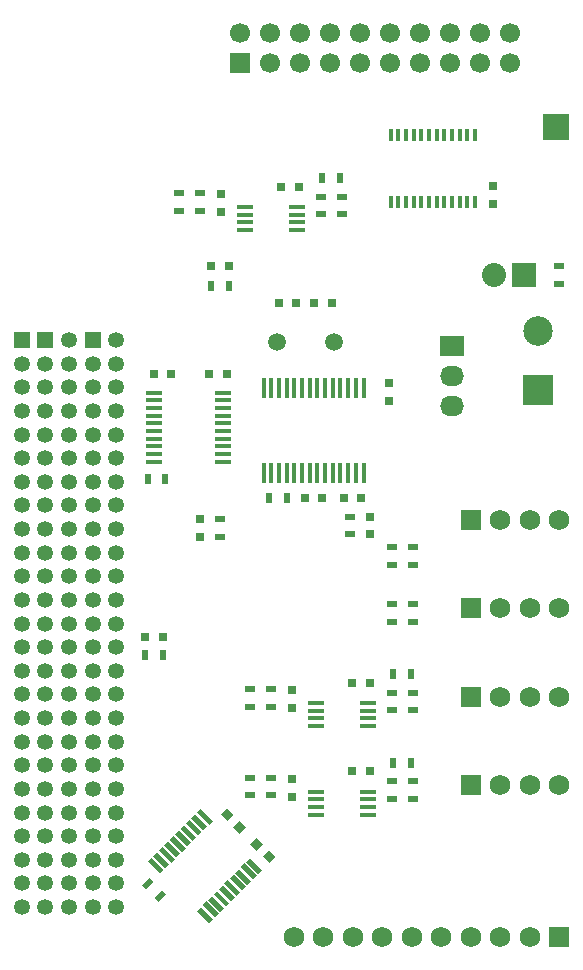
<source format=gts>
G04 #@! TF.FileFunction,Soldermask,Top*
%FSLAX46Y46*%
G04 Gerber Fmt 4.6, Leading zero omitted, Abs format (unit mm)*
G04 Created by KiCad (PCBNEW 4.0.4-stable) date 12/01/16 01:31:52*
%MOMM*%
%LPD*%
G01*
G04 APERTURE LIST*
%ADD10C,0.100000*%
%ADD11R,0.450000X1.750000*%
%ADD12R,1.350000X1.350000*%
%ADD13C,1.350000*%
%ADD14R,0.800000X0.750000*%
%ADD15R,0.750000X0.800000*%
%ADD16R,0.797560X0.797560*%
%ADD17R,2.235200X2.235200*%
%ADD18R,2.032000X2.032000*%
%ADD19O,2.032000X2.032000*%
%ADD20R,2.032000X1.727200*%
%ADD21O,2.032000X1.727200*%
%ADD22R,0.500000X0.900000*%
%ADD23R,0.900000X0.500000*%
%ADD24R,1.450000X0.450000*%
%ADD25R,0.400000X1.100000*%
%ADD26R,1.750000X1.750000*%
%ADD27C,1.750000*%
%ADD28R,2.500000X2.500000*%
%ADD29C,2.500000*%
%ADD30C,1.501140*%
%ADD31R,1.700000X1.700000*%
%ADD32C,1.700000*%
G04 APERTURE END LIST*
D10*
D11*
X185425000Y-99550000D03*
X184775000Y-99550000D03*
X184125000Y-99550000D03*
X183475000Y-99550000D03*
X182825000Y-99550000D03*
X182175000Y-99550000D03*
X181525000Y-99550000D03*
X180875000Y-99550000D03*
X180225000Y-99550000D03*
X179575000Y-99550000D03*
X178925000Y-99550000D03*
X178275000Y-99550000D03*
X177625000Y-99550000D03*
X176975000Y-99550000D03*
X176975000Y-106750000D03*
X177625000Y-106750000D03*
X178275000Y-106750000D03*
X178925000Y-106750000D03*
X179575000Y-106750000D03*
X180225000Y-106750000D03*
X180875000Y-106750000D03*
X181525000Y-106750000D03*
X182175000Y-106750000D03*
X182825000Y-106750000D03*
X183475000Y-106750000D03*
X184125000Y-106750000D03*
X184775000Y-106750000D03*
X185425000Y-106750000D03*
D12*
X162500000Y-95500000D03*
D13*
X162500000Y-97500000D03*
X162500000Y-99500000D03*
X162500000Y-101500000D03*
X162500000Y-103500000D03*
X162500000Y-105500000D03*
X162500000Y-107500000D03*
X162500000Y-109500000D03*
X162500000Y-111500000D03*
X162500000Y-113500000D03*
X162500000Y-115500000D03*
X162500000Y-117500000D03*
X162500000Y-119500000D03*
X162500000Y-121500000D03*
X162500000Y-123500000D03*
X162500000Y-125500000D03*
X162500000Y-127500000D03*
X162500000Y-129500000D03*
X162500000Y-131500000D03*
X162500000Y-133500000D03*
X162500000Y-135500000D03*
X162500000Y-137500000D03*
X162500000Y-139500000D03*
X162500000Y-141500000D03*
X162500000Y-143500000D03*
X164500000Y-95500000D03*
X164500000Y-97500000D03*
X164500000Y-99500000D03*
X164500000Y-101500000D03*
X164500000Y-103500000D03*
X164500000Y-105500000D03*
X164500000Y-107500000D03*
X164500000Y-109500000D03*
X164500000Y-111500000D03*
X164500000Y-113500000D03*
X164500000Y-115500000D03*
X164500000Y-117500000D03*
X164500000Y-119500000D03*
X164500000Y-121500000D03*
X164500000Y-123500000D03*
X164500000Y-125500000D03*
X164500000Y-127500000D03*
X164500000Y-129500000D03*
X164500000Y-131500000D03*
X164500000Y-133500000D03*
X164500000Y-135500000D03*
X164500000Y-137500000D03*
X164500000Y-139500000D03*
X164500000Y-141500000D03*
X164500000Y-143500000D03*
D14*
X172350000Y-98400000D03*
X173850000Y-98400000D03*
D10*
G36*
X171310571Y-135492195D02*
X171628769Y-135173997D01*
X172654073Y-136199301D01*
X172335875Y-136517499D01*
X171310571Y-135492195D01*
X171310571Y-135492195D01*
G37*
G36*
X170850952Y-135951814D02*
X171169150Y-135633616D01*
X172194454Y-136658920D01*
X171876256Y-136977118D01*
X170850952Y-135951814D01*
X170850952Y-135951814D01*
G37*
G36*
X170391333Y-136411433D02*
X170709531Y-136093235D01*
X171734835Y-137118539D01*
X171416637Y-137436737D01*
X170391333Y-136411433D01*
X170391333Y-136411433D01*
G37*
G36*
X169931713Y-136871053D02*
X170249911Y-136552855D01*
X171275215Y-137578159D01*
X170957017Y-137896357D01*
X169931713Y-136871053D01*
X169931713Y-136871053D01*
G37*
G36*
X169472094Y-137330672D02*
X169790292Y-137012474D01*
X170815596Y-138037778D01*
X170497398Y-138355976D01*
X169472094Y-137330672D01*
X169472094Y-137330672D01*
G37*
G36*
X169012474Y-137790292D02*
X169330672Y-137472094D01*
X170355976Y-138497398D01*
X170037778Y-138815596D01*
X169012474Y-137790292D01*
X169012474Y-137790292D01*
G37*
G36*
X168552855Y-138249911D02*
X168871053Y-137931713D01*
X169896357Y-138957017D01*
X169578159Y-139275215D01*
X168552855Y-138249911D01*
X168552855Y-138249911D01*
G37*
G36*
X168093235Y-138709531D02*
X168411433Y-138391333D01*
X169436737Y-139416637D01*
X169118539Y-139734835D01*
X168093235Y-138709531D01*
X168093235Y-138709531D01*
G37*
G36*
X167633616Y-139169150D02*
X167951814Y-138850952D01*
X168977118Y-139876256D01*
X168658920Y-140194454D01*
X167633616Y-139169150D01*
X167633616Y-139169150D01*
G37*
G36*
X167173997Y-139628769D02*
X167492195Y-139310571D01*
X168517499Y-140335875D01*
X168199301Y-140654073D01*
X167173997Y-139628769D01*
X167173997Y-139628769D01*
G37*
G36*
X171345927Y-143800699D02*
X171664125Y-143482501D01*
X172689429Y-144507805D01*
X172371231Y-144826003D01*
X171345927Y-143800699D01*
X171345927Y-143800699D01*
G37*
G36*
X171805546Y-143341080D02*
X172123744Y-143022882D01*
X173149048Y-144048186D01*
X172830850Y-144366384D01*
X171805546Y-143341080D01*
X171805546Y-143341080D01*
G37*
G36*
X172265165Y-142881461D02*
X172583363Y-142563263D01*
X173608667Y-143588567D01*
X173290469Y-143906765D01*
X172265165Y-142881461D01*
X172265165Y-142881461D01*
G37*
G36*
X172724785Y-142421841D02*
X173042983Y-142103643D01*
X174068287Y-143128947D01*
X173750089Y-143447145D01*
X172724785Y-142421841D01*
X172724785Y-142421841D01*
G37*
G36*
X173184404Y-141962222D02*
X173502602Y-141644024D01*
X174527906Y-142669328D01*
X174209708Y-142987526D01*
X173184404Y-141962222D01*
X173184404Y-141962222D01*
G37*
G36*
X173644024Y-141502602D02*
X173962222Y-141184404D01*
X174987526Y-142209708D01*
X174669328Y-142527906D01*
X173644024Y-141502602D01*
X173644024Y-141502602D01*
G37*
G36*
X174103643Y-141042983D02*
X174421841Y-140724785D01*
X175447145Y-141750089D01*
X175128947Y-142068287D01*
X174103643Y-141042983D01*
X174103643Y-141042983D01*
G37*
G36*
X174563263Y-140583363D02*
X174881461Y-140265165D01*
X175906765Y-141290469D01*
X175588567Y-141608667D01*
X174563263Y-140583363D01*
X174563263Y-140583363D01*
G37*
G36*
X175022882Y-140123744D02*
X175341080Y-139805546D01*
X176366384Y-140830850D01*
X176048186Y-141149048D01*
X175022882Y-140123744D01*
X175022882Y-140123744D01*
G37*
G36*
X175482501Y-139664125D02*
X175800699Y-139345927D01*
X176826003Y-140371231D01*
X176507805Y-140689429D01*
X175482501Y-139664125D01*
X175482501Y-139664125D01*
G37*
D14*
X167650000Y-98400000D03*
X169150000Y-98400000D03*
D10*
G36*
X175478338Y-136748008D02*
X174948008Y-137278338D01*
X174382322Y-136712652D01*
X174912652Y-136182322D01*
X175478338Y-136748008D01*
X175478338Y-136748008D01*
G37*
G36*
X174417678Y-135687348D02*
X173887348Y-136217678D01*
X173321662Y-135651992D01*
X173851992Y-135121662D01*
X174417678Y-135687348D01*
X174417678Y-135687348D01*
G37*
D15*
X196400000Y-82450000D03*
X196400000Y-83950000D03*
D10*
G36*
X175821662Y-138151992D02*
X176351992Y-137621662D01*
X176917678Y-138187348D01*
X176387348Y-138717678D01*
X175821662Y-138151992D01*
X175821662Y-138151992D01*
G37*
G36*
X176882322Y-139212652D02*
X177412652Y-138682322D01*
X177978338Y-139248008D01*
X177448008Y-139778338D01*
X176882322Y-139212652D01*
X176882322Y-139212652D01*
G37*
D14*
X180450000Y-108900000D03*
X181950000Y-108900000D03*
D15*
X187600000Y-99150000D03*
X187600000Y-100650000D03*
D14*
X183750000Y-108900000D03*
X185250000Y-108900000D03*
X179750000Y-92400000D03*
X178250000Y-92400000D03*
X181250000Y-92400000D03*
X182750000Y-92400000D03*
D16*
X166950700Y-120600000D03*
X168449300Y-120600000D03*
X186000000Y-110450700D03*
X186000000Y-111949300D03*
X171600000Y-112149300D03*
X171600000Y-110650700D03*
X172550700Y-89200000D03*
X174049300Y-89200000D03*
D12*
X156500000Y-95500000D03*
D13*
X156500000Y-97500000D03*
X156500000Y-99500000D03*
X156500000Y-101500000D03*
X156500000Y-103500000D03*
X156500000Y-105500000D03*
X156500000Y-107500000D03*
X156500000Y-109500000D03*
X156500000Y-111500000D03*
X156500000Y-113500000D03*
X156500000Y-115500000D03*
X156500000Y-117500000D03*
X156500000Y-119500000D03*
X156500000Y-121500000D03*
X156500000Y-123500000D03*
X156500000Y-125500000D03*
X156500000Y-127500000D03*
X156500000Y-129500000D03*
X156500000Y-131500000D03*
X156500000Y-133500000D03*
X156500000Y-135500000D03*
X156500000Y-137500000D03*
X156500000Y-139500000D03*
X156500000Y-141500000D03*
X156500000Y-143500000D03*
D12*
X158500000Y-95500000D03*
D13*
X158500000Y-97500000D03*
X158500000Y-99500000D03*
X158500000Y-101500000D03*
X158500000Y-103500000D03*
X158500000Y-105500000D03*
X158500000Y-107500000D03*
X158500000Y-109500000D03*
X158500000Y-111500000D03*
X158500000Y-113500000D03*
X158500000Y-115500000D03*
X158500000Y-117500000D03*
X158500000Y-119500000D03*
X158500000Y-121500000D03*
X158500000Y-123500000D03*
X158500000Y-125500000D03*
X158500000Y-127500000D03*
X158500000Y-129500000D03*
X158500000Y-131500000D03*
X158500000Y-133500000D03*
X158500000Y-135500000D03*
X158500000Y-137500000D03*
X158500000Y-139500000D03*
X158500000Y-141500000D03*
X158500000Y-143500000D03*
X160500000Y-95500000D03*
X160500000Y-97500000D03*
X160500000Y-99500000D03*
X160500000Y-101500000D03*
X160500000Y-103500000D03*
X160500000Y-105500000D03*
X160500000Y-107500000D03*
X160500000Y-109500000D03*
X160500000Y-111500000D03*
X160500000Y-113500000D03*
X160500000Y-115500000D03*
X160500000Y-117500000D03*
X160500000Y-119500000D03*
X160500000Y-121500000D03*
X160500000Y-123500000D03*
X160500000Y-125500000D03*
X160500000Y-127500000D03*
X160500000Y-129500000D03*
X160500000Y-131500000D03*
X160500000Y-133500000D03*
X160500000Y-135500000D03*
X160500000Y-137500000D03*
X160500000Y-139500000D03*
X160500000Y-141500000D03*
X160500000Y-143500000D03*
D17*
X201700000Y-77500000D03*
D18*
X199000000Y-90000000D03*
D19*
X196460000Y-90000000D03*
D20*
X192900000Y-95960000D03*
D21*
X192900000Y-98500000D03*
X192900000Y-101040000D03*
D22*
X167150000Y-107300000D03*
X168650000Y-107300000D03*
X177450000Y-108900000D03*
X178950000Y-108900000D03*
D23*
X189600000Y-113050000D03*
X189600000Y-114550000D03*
X187800000Y-113050000D03*
X187800000Y-114550000D03*
D10*
G36*
X168725305Y-142419239D02*
X168088909Y-143055635D01*
X167735355Y-142702081D01*
X168371751Y-142065685D01*
X168725305Y-142419239D01*
X168725305Y-142419239D01*
G37*
G36*
X167664645Y-141358579D02*
X167028249Y-141994975D01*
X166674695Y-141641421D01*
X167311091Y-141005025D01*
X167664645Y-141358579D01*
X167664645Y-141358579D01*
G37*
D23*
X189600000Y-117850000D03*
X189600000Y-119350000D03*
X187800000Y-117850000D03*
X187800000Y-119350000D03*
D22*
X168450000Y-122200000D03*
X166950000Y-122200000D03*
D23*
X184300000Y-111950000D03*
X184300000Y-110450000D03*
X173300000Y-110650000D03*
X173300000Y-112150000D03*
D22*
X174050000Y-90900000D03*
X172550000Y-90900000D03*
D23*
X175800000Y-132550000D03*
X175800000Y-134050000D03*
X177600000Y-134050000D03*
X177600000Y-132550000D03*
X187800000Y-132850000D03*
X187800000Y-134350000D03*
X189600000Y-132850000D03*
X189600000Y-134350000D03*
X175800000Y-125050000D03*
X175800000Y-126550000D03*
X177600000Y-126550000D03*
X177600000Y-125050000D03*
X187800000Y-125350000D03*
X187800000Y-126850000D03*
X189600000Y-125350000D03*
X189600000Y-126850000D03*
X202000000Y-89250000D03*
X202000000Y-90750000D03*
X169800000Y-83050000D03*
X169800000Y-84550000D03*
X171600000Y-84550000D03*
X171600000Y-83050000D03*
X181800000Y-83350000D03*
X181800000Y-84850000D03*
X183600000Y-83350000D03*
X183600000Y-84850000D03*
D24*
X167650000Y-99945000D03*
X167650000Y-100595000D03*
X167650000Y-101245000D03*
X167650000Y-101895000D03*
X167650000Y-102545000D03*
X167650000Y-103195000D03*
X167650000Y-103845000D03*
X167650000Y-104495000D03*
X167650000Y-105145000D03*
X167650000Y-105795000D03*
X173550000Y-105795000D03*
X173550000Y-105145000D03*
X173550000Y-104495000D03*
X173550000Y-103845000D03*
X173550000Y-103195000D03*
X173550000Y-102545000D03*
X173550000Y-101895000D03*
X173550000Y-101245000D03*
X173550000Y-100595000D03*
X173550000Y-99945000D03*
D25*
X194875000Y-78150000D03*
X194225000Y-78150000D03*
X193575000Y-78150000D03*
X192925000Y-78150000D03*
X192275000Y-78150000D03*
X191625000Y-78150000D03*
X190975000Y-78150000D03*
X190325000Y-78150000D03*
X189675000Y-78150000D03*
X189025000Y-78150000D03*
X188375000Y-78150000D03*
X187725000Y-78150000D03*
X187725000Y-83850000D03*
X188375000Y-83850000D03*
X189025000Y-83850000D03*
X189675000Y-83850000D03*
X190325000Y-83850000D03*
X190975000Y-83850000D03*
X191625000Y-83850000D03*
X192275000Y-83850000D03*
X192925000Y-83850000D03*
X193575000Y-83850000D03*
X194225000Y-83850000D03*
X194875000Y-83850000D03*
D15*
X179400000Y-132650000D03*
X179400000Y-134150000D03*
D14*
X184450000Y-132000000D03*
X185950000Y-132000000D03*
D15*
X179400000Y-125150000D03*
X179400000Y-126650000D03*
D14*
X184450000Y-124500000D03*
X185950000Y-124500000D03*
D15*
X173400000Y-83150000D03*
X173400000Y-84650000D03*
D14*
X178450000Y-82500000D03*
X179950000Y-82500000D03*
D22*
X189450000Y-131300000D03*
X187950000Y-131300000D03*
X189450000Y-123800000D03*
X187950000Y-123800000D03*
X183450000Y-81800000D03*
X181950000Y-81800000D03*
D24*
X181400000Y-133725000D03*
X181400000Y-134375000D03*
X181400000Y-135025000D03*
X181400000Y-135675000D03*
X185800000Y-135675000D03*
X185800000Y-135025000D03*
X185800000Y-134375000D03*
X185800000Y-133725000D03*
X181400000Y-126225000D03*
X181400000Y-126875000D03*
X181400000Y-127525000D03*
X181400000Y-128175000D03*
X185800000Y-128175000D03*
X185800000Y-127525000D03*
X185800000Y-126875000D03*
X185800000Y-126225000D03*
X175400000Y-84225000D03*
X175400000Y-84875000D03*
X175400000Y-85525000D03*
X175400000Y-86175000D03*
X179800000Y-86175000D03*
X179800000Y-85525000D03*
X179800000Y-84875000D03*
X179800000Y-84225000D03*
D26*
X194500000Y-133200000D03*
D27*
X197000000Y-133200000D03*
X199500000Y-133200000D03*
X202000000Y-133200000D03*
D26*
X194500000Y-125700000D03*
D27*
X197000000Y-125700000D03*
X199500000Y-125700000D03*
X202000000Y-125700000D03*
D26*
X194500000Y-110700000D03*
D27*
X197000000Y-110700000D03*
X199500000Y-110700000D03*
X202000000Y-110700000D03*
D26*
X194500000Y-118200000D03*
D27*
X197000000Y-118200000D03*
X199500000Y-118200000D03*
X202000000Y-118200000D03*
D26*
X202000000Y-146000000D03*
D27*
X199500000Y-146000000D03*
X197000000Y-146000000D03*
X194500000Y-146000000D03*
X192000000Y-146000000D03*
X189500000Y-146000000D03*
X187000000Y-146000000D03*
X184500000Y-146000000D03*
X182000000Y-146000000D03*
X179500000Y-146000000D03*
D28*
X200200000Y-99750000D03*
D29*
X200200000Y-94750000D03*
D30*
X178059060Y-95650000D03*
X182940940Y-95650000D03*
D31*
X175000000Y-72000000D03*
D32*
X175000000Y-69460000D03*
X177540000Y-72000000D03*
X177540000Y-69460000D03*
X180080000Y-72000000D03*
X180080000Y-69460000D03*
X182620000Y-72000000D03*
X182620000Y-69460000D03*
X185160000Y-72000000D03*
X185160000Y-69460000D03*
X187700000Y-72000000D03*
X187700000Y-69460000D03*
X190240000Y-72000000D03*
X190240000Y-69460000D03*
X192780000Y-72000000D03*
X192780000Y-69460000D03*
X195320000Y-72000000D03*
X195320000Y-69460000D03*
X197860000Y-72000000D03*
X197860000Y-69460000D03*
M02*

</source>
